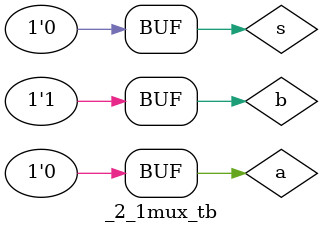
<source format=v>
module _2_1mux(input a,b,s,output y);
  assign y=s?b:a;
endmodule

//design file 
module _2_1mux_tb;
  reg a,b,s;
  wire y;
  _2_1mux uut(a,b,s,y);
  initial 
    begin 
      $monitor("time=%0t a=%b b=%b s=%b  y=%b",$time,a,b,s,y);
      a=0;b=1;
      #3 s=1;
      #3 s=0;
    end
endmodule 

</source>
